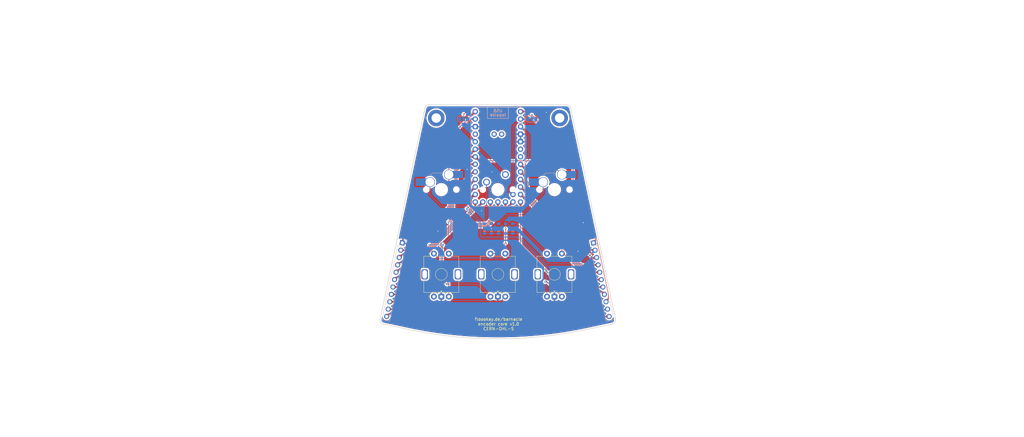
<source format=kicad_pcb>
(kicad_pcb (version 20240108) (generator "pcbnew") (generator_version "8.0")
  (layers (0 "F.Cu" signal) (31 "B.Cu" signal) (34 "B.Paste" user) (35 "F.Paste" user) (36 "B.SilkS" user "B.Silkscreen") (37 "F.SilkS" user "F.Silkscreen") (38 "B.Mask" user) (39 "F.Mask" user) (44 "Edge.Cuts" user))
  (net 0 "")
  (net 1 "col5")
  (net 2 "Net-(D1-A)")
  (net 3 "row2")
  (net 4 "row0")
  (net 5 "col4")
  (net 6 "col2")
  (net 7 "col3")
  (net 8 "row1")
  (net 9 "row3")
  (net 10 "col0")
  (net 11 "col1")
  (net 12 "col8")
  (net 13 "row5")
  (net 14 "col10")
  (net 15 "col6")
  (net 16 "GND")
  (net 17 "col9")
  (net 18 "row4")
  (net 19 "col7")
  (net 20 "col11")
  (net 21 "Net-(D2-A)")
  (net 22 "Net-(D3-A)")
  (net 23 "Net-(D4-A)")
  (net 26 "enc2")
  (net 27 "enc3")
  (net 29 "Net-(D10-A)")
  (net 30 "rgb")
  (net 31 "sda")
  (net 32 "vcc")
  (net 33 "scl")
  (net 34 "enc1")
  (net 35 "vccrgb")
  (net 36 "enc0")
  (net 37 "Net-(JP3-B)")
  (net 38 "Net-(JP3-A)")
  (net 39 "Net-(JP4-A)")
  (footprint "MountingHole:MountingHole_3.2mm_M3_DIN965_Pad" (layer "F.Cu") (at 219.0026 138.860167)
    (property "Reference" "H2" (hide yes))
    (property "Value" "MountingHole")
  )
  (footprint "PCM_marbastlib-various:ROT_Alps_EC11E-Switch" (layer "F.Cu") (at 217.245 191.575)
    (property "Reference" "SW5" (hide yes))
    (property "Value" "RotaryEncoder_Switch")
  )
  (footprint "PCM_marbastlib-various:ROT_Alps_EC11E-Switch" (layer "F.Cu") (at 179.145 191.575)
    (property "Reference" "SW4" (hide yes))
    (property "Value" "RotaryEncoder_Switch")
  )
  (footprint "Symbol:OSHW-Symbol_8.9x8mm_Copper" (layer "F.Cu") (at 198.195 206.375)
    (property "Reference" "REF**" (hide yes))
    (property "Value" "OSHW-Symbol_8.9x8mm_Copper" (hide yes))
  )
  (footprint "PCM_marbastlib-various:ROT_Alps_EC11E-Switch" (layer "F.Cu") (at 198.195 191.575)
    (property "Reference" "SW11" (hide yes))
    (property "Value" "RotaryEncoder_Switch")
  )
  (footprint "MountingHole:MountingHole_3.2mm_M3_DIN965_Pad" (layer "F.Cu") (at 177.4406 138.860167)
    (property "Reference" "H1" (hide yes))
    (property "Value" "MountingHole")
  )
  (footprint "PCM_marbastlib-mx:SW_MX_1u" (layer "F.Cu") (at 198.195 163)
    (property "Reference" "SW2" (hide yes))
    (property "Value" "SW_Push_45deg")
  )
  (footprint "Connector_PinHeader_2.54mm:PinHeader_1x11_P2.54mm_Vertical" (layer "B.Cu") (at 230.399607 180.945708 -168)
    (property "Reference" "J2" (hide yes))
    (property "Value" "Conn_01x11")
  )
  (footprint "Connector_PinHeader_2.54mm:PinHeader_1x11_P2.54mm_Vertical" (layer "B.Cu") (at 166.008871 180.945708 168)
    (property "Reference" "J1" (hide yes))
    (property "Value" "Conn_01x11")
  )
  (footprint "barnacle:D_SOD-123-minimal" (layer "B.Cu") (at 198.4375 176.15 90)
    (property "Reference" "D3" (hide yes))
    (property "Value" "D")
  )
  (footprint "Jumper:SolderJumper-3_P1.3mm_Open_RoundedPad1.0x1.5mm" (layer "B.Cu") (at 209.677 139.192 180)
    (property "Reference" "JP3" (hide yes))
    (property "Value" "Jumper_3_Open")
  )
  (footprint "barnacle:D_SOD-123-minimal" (layer "B.Cu") (at 196.05625 176.15 90)
    (property "Reference" "D2" (hide yes))
    (property "Value" "D")
  )
  (footprint "PCM_marbastlib-xp-promicroish:Helios_AH_USBup" (layer "B.Cu") (at 198.200946 153.2 180)
    (property "Reference" "U1" (hide yes))
    (property "Value" "Helios")
  )
  (footprint "barnacle:D_SOD-123-minimal" (layer "B.Cu") (at 200.81875 176.15 90)
    (property "Reference" "D10" (hide yes))
    (property "Value" "D")
  )
  (footprint "barnacle:D_SOD-123-minimal" (layer "B.Cu") (at 193.675 176.15 90)
    (property "Reference" "D1" (hide yes))
    (property "Value" "D")
  )
  (footprint "PCM_marbastlib-mx:SW_MX_HS_S_CPG151101S11_1u" (layer "B.Cu") (at 217.245 163 180)
    (property "Reference" "SW3" (hide yes))
    (property "Value" "SW_Push_45deg")
  )
  (footprint "PCM_marbastlib-mx:SW_MX_HS_S_CPG151101S11_1u" (layer "B.Cu") (at 179.145 163 180)
    (property "Reference" "SW1" (hide yes))
    (property "Value" "SW_Push_45deg")
  )
  (footprint "Jumper:SolderJumper-3_P1.3mm_Open_RoundedPad1.0x1.5mm" (layer "B.Cu") (at 186.69 139.192 180)
    (property "Reference" "JP4" (hide yes))
    (property "Value" "Jumper_3_Open")
  )
  (footprint "barnacle:D_SOD-123-minimal" (layer "B.Cu") (at 203.2 176.15 90)
    (property "Reference" "D4" (hide yes))
    (property "Value" "D")
  )
  (gr_line (start 175.097744 134.423367) (end 221.249147 134.423367) (stroke (width 0.2)) (layer "Edge.Cuts"))
  (gr_arc (start 221.249147 134.423367) (mid 222.193127 134.757648) (end 222.716368 135.611499) (stroke (width 0.2)) (layer "Edge.Cuts"))
  (gr_line (start 159.711541 208.342098) (end 168.175247 210.141117) (stroke (width 0.2)) (layer "Edge.Cuts"))
  (gr_line (start 158.551295 206.553872) (end 173.630547 135.611467) (stroke (width 0.2)) (layer "Edge.Cuts"))
  (gr_arc (start 228.171647 210.141116) (mid 198.173487 213.294063) (end 168.175326 210.141133) (stroke (width 0.2)) (layer "Edge.Cuts"))
  (gr_arc (start 159.704979 208.340718) (mid 158.75884 207.690455) (end 158.549626 206.561629) (stroke (width 0.2)) (layer "Edge.Cuts"))
  (gr_arc (start 173.630526 135.611499) (mid 174.153765 134.757648) (end 175.097744 134.423367) (stroke (width 0.2)) (layer "Edge.Cuts"))
  (gr_line (start 236.641915 208.340718) (end 228.171647 210.141116) (stroke (width 0.2)) (layer "Edge.Cuts"))
  (gr_line (start 222.716368 135.611499) (end 237.798808 206.56897) (stroke (width 0.2)) (layer "Edge.Cuts"))
  (gr_arc (start 237.797268 206.561629) (mid 237.588038 207.690436) (end 236.641915 208.340718) (stroke (width 0.2)) (layer "Edge.Cuts"))
  (gr_text "floookay.de/barnacle\nencoder core v1.0\nCERN-OHL-S" (at 198.4375 210.5152 0) (layer "F.SilkS") (effects (font (size 1 1)) (justify bottom)))
  (segment (start 174.496928 182.599528) (end 175.155606 181.94085) (width 0.2) (layer "F.Cu") (net 1))
  (segment (start 183.131656 173.9648) (end 174.496928 182.599528) (width 0.2) (layer "F.Cu") (net 1))
  (segment (start 193.120946 167.17) (end 186.326146 173.9648) (width 0.2) (layer "F.Cu") (net 1))
  (segment (start 170.164514 194.091313) (end 170.545 193.710827) (width 0.2) (layer "F.Cu") (net 1))
  (segment (start 186.326146 173.9648) (end 183.131656 173.9648) (width 0.2) (layer "F.Cu") (net 1))
  (segment (start 170.545 190.2714) (end 170.545 186.551456) (width 0.2) (layer "F.Cu") (net 1))
  (segment (start 162.840297 195.852677) (end 168.40315 195.852677) (width 0.2) (layer "F.Cu") (net 1))
  (segment (start 170.545 193.710827) (end 170.545 190.2714) (width 0.2) (layer "F.Cu") (net 1))
  (segment (start 170.545 186.551456) (end 174.496928 182.599528) (width 0.2) (layer "F.Cu") (net 1))
  (segment (start 175.155606 181.94085) (end 175.155606 181.658006) (width 0.2) (layer "F.Cu") (net 1))
  (segment (start 168.40315 195.852677) (end 170.164514 194.091313) (width 0.2) (layer "F.Cu") (net 1))
  (via (at 175.155606 181.658006) (size 0.6) (drill 0.3) (layers "F.Cu" "B.Cu") (net 1))
  (segment (start 199.395 185.875) (end 182.945 185.875) (width 0.2) (layer "B.Cu") (net 1))
  (segment (start 200.695 184.575) (end 199.395 185.875) (width 0.2) (layer "B.Cu") (net 1))
  (segment (start 178.728006 181.658006) (end 175.155606 181.658006) (width 0.2) (layer "B.Cu") (net 1))
  (segment (start 182.945 185.875) (end 181.645 184.575) (width 0.2) (layer "B.Cu") (net 1))
  (segment (start 181.645 184.575) (end 178.728006 181.658006) (width 0.2) (layer "B.Cu") (net 1))
  (segment (start 179.1208 168.5544) (end 175.335 164.7686) (width 0.2) (layer "B.Cu") (net 2))
  (segment (start 193.675 174.5) (end 187.7294 168.5544) (width 0.2) (layer "B.Cu") (net 2))
  (segment (start 187.7294 168.5544) (end 179.1208 168.5544) (width 0.2) (layer "B.Cu") (net 2))
  (segment (start 175.335 164.7686) (end 175.335 160.46) (width 0.2) (layer "B.Cu") (net 2))
  (segment (start 171.745 187.048514) (end 183.628714 175.1648) (width 0.2) (layer "F.Cu") (net 3))
  (segment (start 183.628714 175.1648) (end 194.72046 175.1648) (width 0.2) (layer "F.Cu") (net 3))
  (segment (start 200.740946 169.144314) (end 200.740946 167.17) (width 0.2) (layer "F.Cu") (net 3))
  (segment (start 171.745 194.207885) (end 171.745 187.048514) (width 0.2) (layer "F.Cu") (net 3))
  (segment (start 161.25601 203.306162) (end 162.646723 203.306162) (width 0.2) (layer "F.Cu") (net 3))
  (segment (start 162.646723 203.306162) (end 171.745 194.207885) (width 0.2) (layer "F.Cu") (net 3))
  (segment (start 194.72046 175.1648) (end 200.740946 169.144314) (width 0.2) (layer "F.Cu") (net 3))
  (segment (start 170.945 186.717142) (end 183.297342 174.3648) (width 0.2) (layer "F.Cu") (net 4))
  (segment (start 194.389088 174.3648) (end 195.660946 173.092942) (width 0.2) (layer "F.Cu") (net 4))
  (segment (start 195.660946 173.092942) (end 195.660946 167.17) (width 0.2) (layer "F.Cu") (net 4))
  (segment (start 183.297342 174.3648) (end 194.389088 174.3648) (width 0.2) (layer "F.Cu") (net 4))
  (segment (start 170.945 193.876513) (end 170.945 186.717142) (width 0.2) (layer "F.Cu") (net 4))
  (segment (start 162.312201 198.337172) (end 166.484341 198.337172) (width 0.2) (layer "F.Cu") (net 4))
  (segment (start 166.484341 198.337172) (end 170.945 193.876513) (width 0.2) (layer "F.Cu") (net 4))
  (segment (start 167.715432 184.849086) (end 183.285 169.279518) (width 0.2) (layer "F.Cu") (net 5))
  (segment (start 163.368394 193.368183) (end 165.836531 190.900046) (width 0.2) (layer "F.Cu") (net 5))
  (segment (start 183.285 169.279518) (end 183.285 167.5906) (width 0.2) (layer "F.Cu") (net 5))
  (segment (start 163.368394 193.368183) (end 163.368394 193.162377) (width 0.2) (layer "F.Cu") (net 5))
  (segment (start 189.827 157.01) (end 190.580946 157.01) (width 0.2) (layer "F.Cu") (net 5))
  (segment (start 165.836531 189.509331) (end 167.715432 187.63043) (width 0.2) (layer "F.Cu") (net 5))
  (segment (start 183.285 167.5906) (end 187.1218 163.7538) (width 0.2) (layer "F.Cu") (net 5))
  (segment (start 187.1218 163.7538) (end 187.1218 159.7152) (width 0.2) (layer "F.Cu") (net 5))
  (segment (start 167.715432 187.63043) (end 167.715432 184.849086) (width 0.2) (layer "F.Cu") (net 5))
  (segment (start 165.836531 190.900046) (end 165.836531 189.509331) (width 0.2) (layer "F.Cu") (net 5))
  (segment (start 187.1218 159.7152) (end 189.827 157.01) (width 0.2) (layer "F.Cu") (net 5))
  (segment (start 166.915432 185.908345) (end 166.915432 184.517632) (width 0.2) (layer "F.Cu") (net 6))
  (segment (start 164.424584 188.399193) (end 166.915432 185.908345) (width 0.2) (layer "F.Cu") (net 6))
  (segment (start 188.606632 151.93) (end 190.580946 151.93) (width 0.2) (layer "F.Cu") (net 6))
  (segment (start 184.035 156.501632) (end 188.606632 151.93) (width 0.2) (layer "F.Cu") (net 6))
  (segment (start 215.135 153.27) (end 191.920946 153.27) (width 0.2) (layer "F.Cu") (net 6))
  (segment (start 182.485 168.948064) (end 182.485 161.735086) (width 0.2) (layer "F.Cu") (net 6))
  (segment (start 184.035 160.185086) (end 184.035 156.501632) (width 0.2) (layer "F.Cu") (net 6))
  (segment (start 166.915432 184.517632) (end 182.485 168.948064) (width 0.2) (layer "F.Cu") (net 6))
  (segment (start 219.785 157.92) (end 215.135 153.27) (width 0.2) (layer "F.Cu") (net 6))
  (segment (start 182.485 161.735086) (end 184.035 160.185086) (width 0.2) (layer "F.Cu") (net 6))
  (segment (start 191.920946 153.27) (end 190.580946 151.93) (width 0.2) (layer "F.Cu") (net 6))
  (segment (start 163.896488 190.883688) (end 167.315432 187.464744) (width 0.2) (layer "F.Cu") (net 7))
  (segment (start 186.632318 154.47) (end 190.580946 154.47) (width 0.2) (layer "F.Cu") (net 7))
  (segment (start 182.885 169.113832) (end 182.885 161.900772) (width 0.2) (layer "F.Cu") (net 7))
  (segment (start 184.435 160.350772) (end 184.435 156.667318) (width 0.2) (layer "F.Cu") (net 7))
  (segment (start 184.435 156.667318) (end 186.632318 154.47) (width 0.2) (layer "F.Cu") (net 7))
  (segment (start 182.885 161.900772) (end 184.435 160.350772) (width 0.2) (layer "F.Cu") (net 7))
  (segment (start 167.315432 187.464744) (end 167.315432 184.6834) (width 0.2) (layer "F.Cu") (net 7))
  (segment (start 167.315432 184.6834) (end 182.885 169.113832) (width 0.2) (layer "F.Cu") (net 7))
  (segment (start 171.345 186.882828) (end 183.463028 174.7648) (width 0.2) (layer "F.Cu") (net 8))
  (segment (start 171.345 194.042199) (end 171.345 186.882828) (width 0.2) (layer "F.Cu") (net 8))
  (segment (start 194.554774 174.7648) (end 198.200946 171.118628) (width 0.2) (layer "F.Cu") (net 8))
  (segment (start 164.565532 200.821667) (end 171.345 194.042199) (width 0.2) (layer "F.Cu") (net 8))
  (segment (start 183.463028 174.7648) (end 194.554774 174.7648) (width 0.2) (layer "F.Cu") (net 8))
  (segment (start 198.200946 171.118628) (end 198.200946 167.17) (width 0.2) (layer "F.Cu") (net 8))
  (segment (start 161.784105 200.821667) (end 164.565532 200.821667) (width 0.2) (layer "F.Cu") (net 8))
  (segment (start 183.7944 175.5648) (end 194.886146 175.5648) (width 0.2) (layer "F.Cu") (net 9))
  (segment (start 160.727914 205.790657) (end 172.145 194.373571) (width 0.2) (layer "F.Cu") (net 9))
  (segment (start 172.145 187.2142) (end 183.7944 175.5648) (width 0.2) (layer "F.Cu") (net 9))
  (segment (start 172.145 194.373571) (end 172.145 187.2142) (width 0.2) (layer "F.Cu") (net 9))
  (segment (start 194.886146 175.5648) (end 203.280946 167.17) (width 0.2) (layer "F.Cu") (net 9))
  (segment (start 166.871489 183.430203) (end 179.138646 171.163046) (width 0.2) (layer "F.Cu") (net 10))
  (segment (start 179.138646 171.163046) (end 181.685 168.616692) (width 0.2) (layer "F.Cu") (net 10))
  (segment (start 165.480775 183.430203) (end 166.682856 183.430203) (width 0.2) (layer "F.Cu") (net 10))
  (segment (start 165.480775 183.430203) (end 166.871489 183.430203) (width 0.2) (layer "F.Cu") (net 10))
  (segment (start 181.685 157.92) (end 181.685 145.585946) (width 0.2) (layer "F.Cu") (net 10))
  (segment (start 181.685 168.616692) (end 181.685 157.92) (width 0.2) (layer "F.Cu") (net 10))
  (segment (start 181.685 145.585946) (end 190.580946 136.69) (width 0.2) (layer "F.Cu") (net 10))
  (segment (start 182.085 168.782378) (end 182.085 161.5694) (width 0.2) (layer "F.Cu") (net 11))
  (segment (start 164.95268 185.914698) (end 182.085 168.782378) (width 0.2) (layer "F.Cu") (net 11))
  (segment (start 182.085 161.5694) (end 183.635 160.0194) (width 0.2) (layer "F.Cu") (net 11))
  (segment (start 183.635 160.0194) (end 183.635 156.335946) (width 0.2) (layer "F.Cu") (net 11))
  (segment (start 183.635 156.335946) (end 190.580946 149.39) (width 0.2) (layer "F.Cu") (net 11))
  (segment (start 192.205 149.39) (end 190.580946 149.39) (width 0.2) (layer "B.Cu") (net 11))
  (segment (start 200.735 157.92) (end 192.205 149.39) (width 0.2) (layer "B.Cu") (net 11))
  (segment (start 233.040086 193.368184) (end 230.258661 193.368184) (width 0.2) (layer "F.Cu") (net 12))
  (segment (start 207.854016 163.556416) (end 207.2132 162.9156) (width 0.2) (layer "F.Cu") (net 12))
  (segment (start 220.545 182.765115) (end 220.545 178.222682) (width 0.2) (layer "F.Cu") (net 12))
  (segment (start 207.854016 165.531698) (end 207.854016 163.556416) (width 0.2) (layer "F.Cu") (net 12))
  (segment (start 220.545 178.222682) (end 207.854016 165.531698) (width 0.2) (layer "F.Cu") (net 12))
  (segment (start 207.2132 162.9156) (end 207.2132 160.942254) (width 0.2) (layer "F.Cu") (net 12))
  (segment (start 221.825895 184.04601) (end 220.545 182.765115) (width 0.2) (layer "F.Cu") (net 12))
  (segment (start 207.2132 160.942254) (end 205.820946 159.55) (width 0.2) (layer "F.Cu") (net 12))
  (segment (start 221.825895 184.935418) (end 221.825895 184.04601) (width 0.2) (layer "F.Cu") (net 12))
  (segment (start 230.258661 193.368184) (end 221.825895 184.935418) (width 0.2) (layer "F.Cu") (net 12))
  (segment (start 223.55 152.309886) (end 209.914857 138.674743) (width 0.2) (layer "F.Cu") (net 13))
  (segment (start 223.55 177.254582) (end 223.55 152.309886) (width 0.2) (layer "F.Cu") (net 13))
  (segment (start 207.647271 136.69) (end 205.820946 136.69) (width 0.2) (layer "F.Cu") (net 13))
  (segment (start 230.927702 183.430203) (end 229.725621 183.430203) (width 0.2) (layer "F.Cu") (net 13))
  (segment (start 229.725621 183.430203) (end 223.55 177.254582) (width 0.2) (layer "F.Cu") (net 13))
  (segment (start 209.914857 138.674743) (end 209.632014 138.674743) (width 0.2) (layer "F.Cu") (net 13))
  (segment (start 209.632014 138.674743) (end 207.647271 136.69) (width 0.2) (layer "F.Cu") (net 13))
  (segment (start 200.81875 177.8) (end 203.2 177.8) (width 0.2) (layer "B.Cu") (net 13))
  (segment (start 209.423 182.6514) (end 209.423 182.695314) (width 0.2) (layer "B.Cu") (net 13))
  (segment (start 203.2 177.8) (end 204.5716 177.8) (width 0.2) (layer "B.Cu") (net 13))
  (segment (start 214.773143 188.045457) (end 226.312448 188.045457) (width 0.2) (layer "B.Cu") (net 13))
  (segment (start 226.312448 188.045457) (end 230.927702 183.430203) (width 0.2) (layer "B.Cu") (net 13))
  (segment (start 204.5716 177.8) (end 209.423 182.6514) (width 0.2) (layer "B.Cu") (net 13))
  (segment (start 209.423 182.695314) (end 214.773143 188.045457) (width 0.2) (layer "B.Cu") (net 13))
  (segment (start 193.675 177.8) (end 200.81875 177.8) (width 0.2) (layer "B.Cu") (net 13))
  (segment (start 207.536516 158.159885) (end 207.111115 157.734484) (width 0.2) (layer "F.Cu") (net 14))
  (segment (start 208.0132 160.610882) (end 207.536516 160.134198) (width 0.2) (layer "F.Cu") (net 14))
  (segment (start 207.111115 157.734484) (end 207.111115 155.760169) (width 0.2) (layer "F.Cu") (net 14))
  (segment (start 207.111115 155.760169) (end 205.820946 154.47) (width 0.2) (layer "F.Cu") (net 14))
  (segment (start 221.345 182.433743) (end 221.345 177.89131) (width 0.2) (layer "F.Cu") (net 14))
  (segment (start 226.421042 188.399193) (end 222.625895 184.604046) (width 0.2) (layer "F.Cu") (net 14))
  (segment (start 222.625895 184.604046) (end 222.625895 183.714638) (width 0.2) (layer "F.Cu") (net 14))
  (segment (start 208.0132 162.572114) (end 208.0132 160.610882) (width 0.2) (layer "F.Cu") (net 14))
  (segment (start 222.625895 183.714638) (end 221.345 182.433743) (width 0.2) (layer "F.Cu") (net 14))
  (segment (start 221.345 177.89131) (end 208.654016 165.200326) (width 0.2) (layer "F.Cu") (net 14))
  (segment (start 231.983894 188.399193) (end 226.421042 188.399193) (width 0.2) (layer "F.Cu") (net 14))
  (segment (start 207.536516 160.134198) (end 207.536516 158.159885) (width 0.2) (layer "F.Cu") (net 14))
  (segment (start 208.654016 165.200326) (end 208.654016 163.21293) (width 0.2) (layer "F.Cu") (net 14))
  (segment (start 208.654016 163.21293) (end 208.0132 162.572114) (width 0.2) (layer "F.Cu") (net 14))
  (segment (start 220.334105 184.575) (end 219.745 184.575) (width 0.2) (layer "F.Cu") (net 15))
  (segment (start 234.096277 198.337172) (end 220.334105 184.575) (width 0.2) (layer "F.Cu") (net 15))
  (segment (start 219.745 184.575) (end 219.745 178.554054) (width 0.2) (layer "F.Cu") (net 15))
  (segment (start 219.745 178.554054) (end 205.820946 164.63) (width 0.2) (layer "F.Cu") (net 15))
  (via (at 214.4776 136.9568) (size 0.6) (drill 0.3) (layers "F.Cu" "B.Cu") (net 16))
  (via (at 196.05625 176.15) (size 0.6) (drill 0.3) (layers "F.Cu" "B.Cu") (net 16))
  (via (at 177.9778 176.9872) (size 0.6) (drill 0.3) (layers "F.Cu" "B.Cu") (net 16))
  (via (at 196.2658 156.9974) (size 0.6) (drill 0.3) (layers "F.Cu" "B.Cu") (net 16))
  (via (at 226.949 174.1424) (size 0.6) (drill 0.3) (layers "F.Cu" "B.Cu") (net 16))
  (via (at 187.8584 156.1592) (size 0.6) (drill 0.3) (layers "F.Cu" "B.Cu") (net 16))
  (via (at 225.1964 183.7944) (size 0.6) (drill 0.3) (layers "F.Cu" "B.Cu") (net 16))
  (via (at 192.6844 170.1546) (size 0.6) (drill 0.3) (layers "F.Cu" "B.Cu") (net 16))
  (segment (start 205.820946 157.01) (end 207.136516 158.32557) (width 0.2) (layer "F.Cu") (net 17))
  (segment (start 208.254016 163.378616) (end 208.254016 165.366012) (width 0.2) (layer "F.Cu") (net 17))
  (segment (start 228.339851 190.883688) (end 232.51199 190.883688) (width 0.2) (layer "F.Cu") (net 17))
  (segment (start 207.6132 160.776568) (end 207.6132 162.7378) (width 0.2) (layer "F.Cu") (net 17))
  (segment (start 220.945 178.056996) (end 220.945 182.599429) (width 0.2) (layer "F.Cu") (net 17))
  (segment (start 207.6132 162.7378) (end 208.254016 163.378616) (width 0.2) (layer "F.Cu") (net 17))
  (segment (start 208.254016 165.366012) (end 220.945 178.056996) (width 0.2) (layer "F.Cu") (net 17))
  (segment (start 222.225895 184.769732) (end 228.339851 190.883688) (width 0.2) (layer "F.Cu") (net 17))
  (segment (start 207.136516 158.32557) (end 207.136516 160.299884) (width 0.2) (layer "F.Cu") (net 17))
  (segment (start 220.945 182.599429) (end 222.225895 183.880324) (width 0.2) (layer "F.Cu") (net 17))
  (segment (start 222.225895 183.880324) (end 222.225895 184.769732) (width 0.2) (layer "F.Cu") (net 17))
  (segment (start 207.136516 160.299884) (end 207.6132 160.776568) (width 0.2) (layer "F.Cu") (net 17))
  (segment (start 205.820946 181.716346) (end 229.895257 205.790657) (width 0.2) (layer "F.Cu") (net 18))
  (segment (start 229.895257 205.790657) (end 235.680564 205.790657) (width 0.2) (layer "F.Cu") (net 18))
  (segment (start 205.820946 167.17) (end 205.820946 181.716346) (width 0.2) (layer "F.Cu") (net 18))
  (segment (start 207.454016 163.72307) (end 205.820946 162.09) (width 0.2) (layer "F.Cu") (net 19))
  (segment (start 207.454016 165.697384) (end 207.454016 163.72307) (width 0.2) (layer "F.Cu") (net 19))
  (segment (start 220.145 178.388368) (end 207.454016 165.697384) (width 0.2) (layer "F.Cu") (net 19))
  (segment (start 221.425895 185.101104) (end 221.425895 184.211695) (width 0.2) (layer "F.Cu") (net 19))
  (segment (start 221.425895 184.211695) (end 220.145 182.9308) (width 0.2) (layer "F.Cu") (net 19))
  (segment (start 220.145 182.9308) (end 220.145 178.388368) (width 0.2) (layer "F.Cu") (net 19))
  (segment (start 232.177468 195.852677) (end 221.425895 185.101104) (width 0.2) (layer "F.Cu") (net 19))
  (segment (start 233.568181 195.852677) (end 232.177468 195.852677) (width 0.2) (layer "F.Cu") (net 19))
  (segment (start 207.936516 157.994199) (end 207.702201 157.759885) (width 0.2) (layer "F.Cu") (net 20))
  (segment (start 207.956202 159.988198) (end 207.936516 159.968512) (width 0.2) (layer "F.Cu") (net 20))
  (segment (start 209.271188 165.251812) (end 209.054016 165.03464) (width 0.2) (layer "F.Cu") (net 20))
  (segment (start 220.294788 176.275412) (end 209.271188 165.251812) (width 0.2) (layer "F.Cu") (net 20))
  (segment (start 229.934074 185.914698) (end 220.294788 176.275412) (width 0.2) (layer "F.Cu") (net 20))
  (segment (start 208.4132 162.3884) (end 208.4132 161.163) (width 0.2) (layer "F.Cu") (net 20))
  (segment (start 231.455799 185.914698) (end 229.934074 185.914698) (width 0.2) (layer "F.Cu") (net 20))
  (segment (start 207.511115 153.876885) (end 207.518 153.87) (width 0.2) (layer "F.Cu") (net 20))
  (segment (start 209.054016 165.03464) (end 209.054016 163.83) (width 0.2) (layer "F.Cu") (net 20))
  (segment (start 208.4132 161.163) (end 208.4132 160.445196) (width 0.2) (layer "F.Cu") (net 20))
  (segment (start 207.702201 157.759885) (end 207.511115 157.568799) (width 0.2) (layer "F.Cu") (net 20))
  (segment (start 207.936516 158.7246) (end 207.936516 157.994199) (width 0.2) (layer "F.Cu") (net 20))
  (segment (start 208.4132 160.445196) (end 207.956202 159.988198) (width 0.2) (layer "F.Cu") (net 20))
  (segment (start 209.054016 163.83) (end 209.054016 163.029216) (width 0.2) (layer "F.Cu") (net 20))
  (segment (start 208.4578 162.433) (end 208.4132 162.3884) (width 0.2) (layer "F.Cu") (net 20))
  (segment (start 207.511115 156.1592) (end 207.511115 153.876885) (width 0.2) (layer "F.Cu") (net 20))
  (segment (start 209.054016 163.029216) (end 208.4578 162.433) (width 0.2) (layer "F.Cu") (net 20))
  (segment (start 207.511115 157.568799) (end 207.511115 156.1592) (width 0.2) (layer "F.Cu") (net 20))
  (segment (start 207.936516 159.968512) (end 207.936516 158.7246) (width 0.2) (layer "F.Cu") (net 20))
  (via (at 207.518 153.87) (size 0.6) (drill 0.3) (layers "F.Cu" "B.Cu") (net 20))
  (segment (start 207.518 153.87) (end 208.661 152.727) (width 0.2) (layer "B.Cu") (net 20))
  (segment (start 208.661 144.610054) (end 205.820946 141.77) (width 0.2) (layer "B.Cu") (net 20))
  (segment (start 208.661 152.727) (end 208.661 144.610054) (width 0.2) (layer "B.Cu") (net 20))
  (segment (start 194.385 172.82875) (end 194.385 160.46) (width 0.2) (layer "B.Cu") (net 21))
  (segment (start 196.05625 174.5) (end 194.385 172.82875) (width 0.2) (layer "B.Cu") (net 21))
  (segment (start 213.435 164.39) (end 213.435 160.46) (width 0.2) (layer "B.Cu") (net 22))
  (segment (start 206.375 171.45) (end 213.435 164.39) (width 0.2) (layer "B.Cu") (net 22))
  (segment (start 201.4875 171.45) (end 206.375 171.45) (width 0.2) (layer "B.Cu") (net 22))
  (segment (start 198.4375 174.5) (end 201.4875 171.45) (width 0.2) (layer "B.Cu") (net 22))
  (segment (start 203.2 174.5) (end 204.67 174.5) (width 0.2) (layer "B.Cu") (net 23))
  (segment (start 204.67 174.5) (end 214.745 184.575) (width 0.2) (layer "B.Cu") (net 23))
  (segment (start 188.5696 167.894) (end 188.5696 168.61007) (width 0.2) (layer "F.Cu") (net 26))
  (segment (start 188.5696 161.561346) (end 188.5696 167.894) (width 0.2) (layer "F.Cu") (net 26))
  (segment (start 188.5696 168.61007) (end 187.75307 169.4266) (width 0.2) (layer "F.Cu") (net 26))
  (segment (start 214.145 194.0814) (end 214.7514 194.0814) (width 0.2) (layer "F.Cu") (net 26))
  (segment (start 190.580946 159.55) (end 188.5696 161.561346) (width 0.2) (layer "F.Cu") (net 26))
  (segment (start 214.7514 194.0814) (end 219.745 199.075) (width 0.2) (layer "F.Cu") (net 26))
  (via (at 214.145 194.0814) (size 0.6) (drill 0.3) (layers "F.Cu" "B.Cu") (net 26))
  (via (at 187.75307 169.4266) (size 0.6) (drill 0.3) (layers "F.Cu" "B.Cu") (net 26))
  (segment (start 192.1574 174.396616) (end 192.1574 177.292) (width 0.2) (layer "B.Cu") (net 26))
  (segment (start 192.1574 178.626086) (end 192.782564 179.25125) (width 0.2) (layer "B.Cu") (net 26))
  (segment (start 214.345 193.9544) (end 214.272 193.9544) (width 0.2) (layer "B.Cu") (net 26))
  (segment (start 204.216 179.25125) (end 204.847564 179.25125) (width 0.2) (layer "B.Cu") (net 26))
  (segment (start 214.272 193.9544) (end 214.145 194.0814) (width 0.2) (layer "B.Cu") (net 26))
  (segment (start 188.188249 170.710308) (end 188.471092 170.710308) (width 0.2) (layer "B.Cu") (net 26))
  (segment (start 192.001692 174.240908) (end 192.1574 174.396616) (width 0.2) (layer "B.Cu") (net 26))
  (segment (start 187.718757 170.240816) (end 188.188249 170.710308) (width 0.2) (layer "B.Cu") (net 26))
  (segment (start 187.718757 169.460913) (end 187.718757 170.240816) (width 0.2) (layer "B.Cu") (net 26))
  (segment (start 187.75307 169.4266) (end 187.718757 169.460913) (width 0.2) (layer "B.Cu") (net 26))
  (segment (start 214.345 188.748686) (end 214.345 193.9544) (width 0.2) (layer "B.Cu") (net 26))
  (segment (start 188.471092 170.710308) (end 192.001692 174.240908) (width 0.2) (layer "B.Cu") (net 26))
  (segment (start 195.453 179.25125) (end 204.216 179.25125) (width 0.2) (layer "B.Cu") (net 26))
  (segment (start 213.102557 187.506243) (end 214.345 188.748686) (width 0.2) (layer "B.Cu") (net 26))
  (segment (start 192.1574 177.292) (end 192.1574 178.626086) (width 0.2) (layer "B.Cu") (net 26))
  (segment (start 192.782564 179.25125) (end 195.453 179.25125) (width 0.2) (layer "B.Cu") (net 26))
  (segment (start 204.847564 179.25125) (end 213.102557 187.506243) (width 0.2) (layer "B.Cu") (net 26))
  (segment (start 188.976 167.9194) (end 188.976 169.617888) (width 0.2) (layer "F.Cu") (net 27))
  (segment (start 188.976 169.617888) (end 188.601601 169.992287) (width 0.2) (layer "F.Cu") (net 27))
  (segment (start 188.976 163.694946) (end 188.976 167.9194) (width 0.2) (layer "F.Cu") (net 27))
  (segment (start 190.580946 162.09) (end 188.976 163.694946) (width 0.2) (layer "F.Cu") (net 27))
  (segment (start 188.601601 169.992287) (end 188.318757 169.992287) (width 0.2) (layer "F.Cu") (net 27))
  (via (at 188.318757 169.992287) (size 0.6) (drill 0.3) (layers "F.Cu" "B.Cu") (net 27))
  (segment (start 192.5574 178.4604) (end 192.94825 178.85125) (width 0.2) (layer "B.Cu") (net 27))
  (segment (start 188.318757 169.992287) (end 192.5574 174.23093) (width 0.2) (layer "B.Cu") (net 27))
  (segment (start 214.745 188.583) (end 214.745 199.075) (width 0.2) (layer "B.Cu") (net 27))
  (segment (start 192.94825 178.85125) (end 205.01325 178.85125) (width 0.2) (layer "B.Cu") (net 27))
  (segment (start 205.01325 178.85125) (end 214.745 188.583) (width 0.2) (layer "B.Cu") (net 27))
  (segment (start 192.5574 174.23093) (end 192.5574 178.4604) (width 0.2) (layer "B.Cu") (net 27))
  (segment (start 197.2632 184.575) (end 195.695 184.575) (width 0.2) (layer "F.Cu") (net 29))
  (segment (start 200.81875 181.01945) (end 197.2632 184.575) (width 0.2) (layer "F.Cu") (net 29))
  (segment (start 200.81875 176.2125) (end 200.81875 181.01945) (width 0.2) (layer "F.Cu") (net 29))
  (via (at 200.81875 181.01945) (size 0.6) (drill 0.3) (layers "F.Cu" "B.Cu") (net 29))
  (via (at 200.81875 176.2125) (size 0.6) (drill 0.3) (layers "F.Cu" "B.Cu") (net 29))
  (segment (start 200.81875 174.5) (end 200.81875 176.2125) (width 0.2) (layer "B.Cu") (net 29))
  (segment (start 201.995 182.1957) (end 201.995 183.4134) (width 0.2) (layer "B.Cu") (net 29))
  (segment (start 200.81875 181.01945) (end 201.995 182.1957) (width 0.2) (layer "B.Cu") (net 29))
  (segment (start 201.995 185.113478) (end 201.995 183.4134) (width 0.2) (layer "B.Cu") (net 29))
  (segment (start 200.833478 186.275) (end 201.995 185.113478) (width 0.2) (layer "B.Cu") (net 29))
  (segment (start 178.345 186.275) (end 200.833478 186.275) (width 0.2) (layer "B.Cu") (net 29))
  (segment (start 176.645 184.575) (end 178.345 186.275) (width 0.2) (layer "B.Cu") (net 29))
  (segment (start 224.681214 149.665139) (end 224.38906 148.29066) (width 0.2) (layer "F.Cu") (net 30))
  (segment (start 221.9198 145.8214) (end 217.6272 145.8214) (width 0.2) (layer "F.Cu") (net 30))
  (segment (start 231.119348 180.225967) (end 231.119348 179.95425) (width 0.2) (layer "F.Cu") (net 30))
  (segment (start 217.6272 145.8214) (end 209.6516 137.8458) (width 0.2) (layer "F.Cu") (net 30))
  (segment (start 228.15548 166.010315) (end 224.681214 149.665139) (width 0.2) (layer "F.Cu") (net 30))
  (segment (start 231.119348 179.95425) (end 228.15548 166.010315) (width 0.2) (layer "F.Cu") (net 30))
  (segment (start 230.399607 180.945708) (end 231.119348 180.225967) (width 0.2) (layer "F.Cu") (net 30))
  (segment (start 224.38906 148.29066) (end 221.9198 145.8214) (width 0.2) (layer "F.Cu") (net 30))
  (via (at 209.6516 137.8458) (size 0.6) (drill 0.3) (layers "F.Cu" "B.Cu") (net 30))
  (segment (start 209.6516 137.8458) (end 209.6516 139.1666) (width 0.2) (layer "B.Cu") (net 30))
  (segment (start 209.6516 139.1666) (end 209.677 139.192) (width 0.2) (layer "B.Cu") (net 30))
  (segment (start 185.39 141.659054) (end 190.580946 146.85) (width 0.2) (layer "B.Cu") (net 32))
  (segment (start 185.39 139.192) (end 185.39 141.659054) (width 0.2) (layer "B.Cu") (net 32))
  (segment (start 186.16046 173.5648) (end 182.96597 173.5648) (width 0.2) (layer "F.Cu") (net 34))
  (segment (start 182.683126 173.5648) (end 182.365992 173.881934) (width 0.2) (layer "F.Cu") (net 34))
  (segment (start 190.580946 169.144314) (end 186.16046 173.5648) (width 0.2) (layer "F.Cu") (net 34))
  (segment (start 190.580946 167.17) (end 190.580946 169.144314) (width 0.2) (layer "F.Cu") (net 34))
  (segment (start 179.4764 192.5066) (end 181.645 194.6752) (width 0.2) (layer "F.Cu") (net 34))
  (segment (start 179.678018 181.65425) (end 179.4764 181.855868) (width 0.2) (layer "F.Cu") (net 34))
  (segment (start 179.4764 181.855868) (end 179.4764 192.5066) (width 0.2) (layer "F.Cu") (net 34))
  (segment (start 182.96597 173.5648) (end 182.683126 173.5648) (width 0.2) (layer "F.Cu") (net 34))
  (segment (start 181.645 194.6752) (end 181.645 199.075) (width 0.2) (layer "F.Cu") (net 34))
  (via (at 182.365992 173.881934) (size 0.6) (drill 0.3) (layers "F.Cu" "B.Cu") (net 34))
  (via (at 179.678018 181.65425) (size 0.6) (drill 0.3) (layers "F.Cu" "B.Cu") (net 34))
  (segment (start 182.9506 200.3806) (end 199.3894 200.3806) (width 0.2) (layer "B.Cu") (net 34))
  (segment (start 199.3894 200.3806) (end 200.695 199.075) (width 0.2) (layer "B.Cu") (net 34))
  (segment (start 181.645 199.075) (end 182.9506 200.3806) (width 0.2) (layer "B.Cu") (net 34))
  (segment (start 182.365992 178.966276) (end 179.678018 181.65425) (width 0.2) (layer "B.Cu") (net 34))
  (segment (start 182.365992 173.881934) (end 182.365992 178.966276) (width 0.2) (layer "B.Cu") (net 34))
  (segment (start 220.870721 135.023367) (end 217.9828 135.023367) (width 0.2) (layer "F.Cu") (net 35))
  (segment (start 234.624373 200.821667) (end 235.386869 200.059171) (width 0.2) (layer "F.Cu") (net 35))
  (segment (start 235.386869 198.10751) (end 234.929815 195.957234) (width 0.2) (layer "F.Cu") (net 35))
  (segment (start 235.386869 200.059171) (end 235.386869 198.10751) (width 0.2) (layer "F.Cu") (net 35))
  (segment (start 217.9828 135.023367) (end 189.283833 135.023367) (width 0.2) (layer "F.Cu") (net 35))
  (segment (start 223.331286 141.390315) (end 222.276829 136.429475) (width 0.2) (layer "F.Cu") (net 35))
  (segment (start 222.276829 136.429475) (end 220.870721 135.023367) (width 0.2) (layer "F.Cu") (net 35))
  (segment (start 234.929815 195.957234) (end 223.331286 141.390315) (width 0.2) (layer "F.Cu") (net 35))
  (segment (start 189.283833 135.023367) (end 186.69 137.6172) (width 0.2) (layer "F.Cu") (net 35))
  (via (at 186.69 137.6172) (size 0.6) (drill 0.3) (layers "F.Cu" "B.Cu") (net 35))
  (segment (start 186.69 137.6172) (end 186.69 139.192) (width 0.2) (layer "B.Cu") (net 35))
  (segment (start 187.428387 171.731187) (end 185.994774 173.1648) (width 0.2) (layer "F.Cu") (net 36))
  (segment (start 182.234597 173.1648) (end 181.566383 173.833014) (width 0.2) (layer "F.Cu") (net 36))
  (segment (start 179.053658 192.932388) (end 181.004835 194.883565) (width 0.2) (layer "F.Cu") (net 36))
  (segment (start 189.380946 165.83) (end 189.380946 169.778628) (width 0.2) (layer "F.Cu") (net 36))
  (segment (start 179.053658 181.154071) (end 179.053658 192.624542) (width 0.2) (layer "F.Cu") (net 36))
  (segment (start 185.994774 173.1648) (end 183.8452 173.1648) (width 0.2) (layer "F.Cu") (net 36))
  (segment (start 181.566383 173.833014) (end 181.566383 173.856851) (width 0.2) (layer "F.Cu") (net 36))
  (segment (start 179.053658 192.624542) (end 179.053658 192.932388) (width 0.2) (layer "F.Cu") (net 36))
  (segment (start 183.8452 173.1648) (end 182.234597 173.1648) (width 0.2) (layer "F.Cu") (net 36))
  (segment (start 190.580946 164.63) (end 189.380946 165.83) (width 0.2) (layer "F.Cu") (net 36))
  (segment (start 189.380946 169.778628) (end 187.428387 171.731187) (width 0.2) (layer "F.Cu") (net 36))
  (segment (start 179.053658 192.624542) (end 176.645 195.0332) (width 0.2) (layer "F.Cu") (net 36))
  (segment (start 176.645 195.0332) (end 176.645 199.075) (width 0.2) (layer "F.Cu") (net 36))
  (via (at 181.004835 194.883565) (size 0.6) (drill 0.3) (layers "F.Cu" "B.Cu") (net 36))
  (via (at 181.566383 173.856851) (size 0.6) (drill 0.3) (layers "F.Cu" "B.Cu") (net 36))
  (via (at 179.053658 181.154071) (size 0.6) (drill 0.3) (layers "F.Cu" "B.Cu") (net 36))
  (segment (start 191.503565 194.883565) (end 195.695 199.075) (width 0.2) (layer "B.Cu") (net 36))
  (segment (start 181.004835 194.883565) (end 191.503565 194.883565) (width 0.2) (layer "B.Cu") (net 36))
  (segment (start 181.566383 173.856851) (end 181.566383 178.641346) (width 0.2) (layer "B.Cu") (net 36))
  (segment (start 181.566383 178.641346) (end 179.053658 181.154071) (width 0.2) (layer "B.Cu") (net 36))
  (segment (start 205.858946 139.192) (end 205.820946 139.23) (width 0.2) (layer "B.Cu") (net 37))
  (segment (start 208.377 139.192) (end 205.858946 139.192) (width 0.2) (layer "B.Cu") (net 37))
  (segment (start 210.977 139.742) (end 210.149 140.57) (width 0.2) (layer "B.Cu") (net 38))
  (segment (start 210.977 139.947) (end 210.354 140.57) (width 0.2) (layer "B.Cu") (net 38))
  (segment (start 210.977 139.192) (end 210.977 139.742) (width 0.2) (layer "B.Cu") (net 38))
  (segment (start 202.05 163.507412) (end 203.172588 164.63) (width 0.2) (layer "B.Cu") (net 38))
  (segment (start 204.4128 140.57) (end 203.3016 141.6812) (width 0.2) (layer "B.Cu") (net 38))
  (segment (start 203.172588 164.63) (end 203.280946 164.63) (width 0.2) (layer "B.Cu") (net 38))
  (segment (start 210.354 140.57) (end 204.4128 140.57) (width 0.2) (layer "B.Cu") (net 38))
  (segment (start 210.977 139.192) (end 210.977 139.947) (width 0.2) (layer "B.Cu") (net 38))
  (segment (start 203.3016 161.1376) (end 202.05 162.3892) (width 0.2) (layer "B.Cu") (net 38))
  (segment (start 202.05 162.3892) (end 202.05 163.507412) (width 0.2) (layer "B.Cu") (net 38))
  (segment (start 203.3016 141.6812) (end 203.3016 161.1376) (width 0.2) (layer "B.Cu") (net 38))
  (segment (start 187.99 139.192) (end 190.542946 139.192) (width 0.2) (layer "B.Cu") (net 39))
  (segment (start 190.542946 139.192) (end 190.580946 139.23) (width 0.2) (layer "B.Cu") (net 39))
  (zone (net 16) (net_name "GND") (layers "F&B.Cu") (connect_pads (clearance 0.5)) (min_thickness 0.25) (fill yes (thermal_gap 0.5) (thermal_bridge_width 0.5))
    (polygon (pts (xy 157.48 99.06) (xy 121.92 246.38) (xy 276.86 246.38) (xy 236.22 99.06)))
  )
)
</source>
